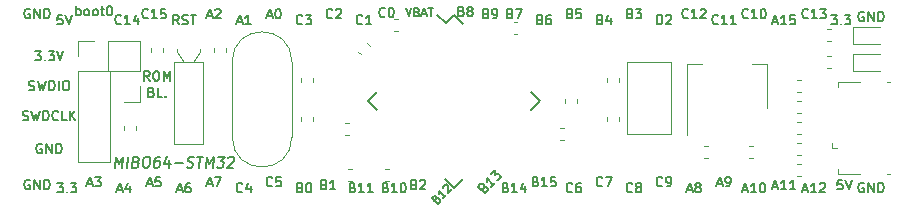
<source format=gto>
G04 #@! TF.GenerationSoftware,KiCad,Pcbnew,(5.0.0)*
G04 #@! TF.CreationDate,2018-10-21T19:13:21+02:00*
G04 #@! TF.ProjectId,mibo64_stm32,6D69626F36345F73746D33322E6B6963,rev?*
G04 #@! TF.SameCoordinates,PX6486dd0PY621abf0*
G04 #@! TF.FileFunction,Legend,Top*
G04 #@! TF.FilePolarity,Positive*
%FSLAX46Y46*%
G04 Gerber Fmt 4.6, Leading zero omitted, Abs format (unit mm)*
G04 Created by KiCad (PCBNEW (5.0.0)) date 10/21/18 19:13:21*
%MOMM*%
%LPD*%
G01*
G04 APERTURE LIST*
%ADD10C,0.200000*%
%ADD11C,0.175000*%
%ADD12C,0.120000*%
%ADD13C,0.150000*%
G04 APERTURE END LIST*
D10*
X8119875Y-15774142D02*
X8232375Y-14874142D01*
X8452017Y-15517000D01*
X8832375Y-14874142D01*
X8719875Y-15774142D01*
X9148446Y-15774142D02*
X9260946Y-14874142D01*
X9935946Y-15302714D02*
X10059160Y-15345571D01*
X10096660Y-15388428D01*
X10128803Y-15474142D01*
X10112732Y-15602714D01*
X10059160Y-15688428D01*
X10010946Y-15731285D01*
X9919875Y-15774142D01*
X9577017Y-15774142D01*
X9689517Y-14874142D01*
X9989517Y-14874142D01*
X10069875Y-14917000D01*
X10107375Y-14959857D01*
X10139517Y-15045571D01*
X10128803Y-15131285D01*
X10075232Y-15217000D01*
X10027017Y-15259857D01*
X9935946Y-15302714D01*
X9635946Y-15302714D01*
X10760946Y-14874142D02*
X10932375Y-14874142D01*
X11012732Y-14917000D01*
X11087732Y-15002714D01*
X11109160Y-15174142D01*
X11071660Y-15474142D01*
X11007375Y-15645571D01*
X10910946Y-15731285D01*
X10819875Y-15774142D01*
X10648446Y-15774142D01*
X10568089Y-15731285D01*
X10493089Y-15645571D01*
X10471660Y-15474142D01*
X10509160Y-15174142D01*
X10573446Y-15002714D01*
X10669875Y-14917000D01*
X10760946Y-14874142D01*
X11918089Y-14874142D02*
X11746660Y-14874142D01*
X11655589Y-14917000D01*
X11607375Y-14959857D01*
X11505589Y-15088428D01*
X11441303Y-15259857D01*
X11398446Y-15602714D01*
X11430589Y-15688428D01*
X11468089Y-15731285D01*
X11548446Y-15774142D01*
X11719875Y-15774142D01*
X11810946Y-15731285D01*
X11859160Y-15688428D01*
X11912732Y-15602714D01*
X11939517Y-15388428D01*
X11907375Y-15302714D01*
X11869875Y-15259857D01*
X11789517Y-15217000D01*
X11618089Y-15217000D01*
X11527017Y-15259857D01*
X11478803Y-15302714D01*
X11425232Y-15388428D01*
X12737732Y-15174142D02*
X12662732Y-15774142D01*
X12566303Y-14831285D02*
X12271660Y-15474142D01*
X12828803Y-15474142D01*
X13177017Y-15431285D02*
X13862732Y-15431285D01*
X14210946Y-15731285D02*
X14334160Y-15774142D01*
X14548446Y-15774142D01*
X14639517Y-15731285D01*
X14687732Y-15688428D01*
X14741303Y-15602714D01*
X14752017Y-15517000D01*
X14719875Y-15431285D01*
X14682375Y-15388428D01*
X14602017Y-15345571D01*
X14435946Y-15302714D01*
X14355589Y-15259857D01*
X14318089Y-15217000D01*
X14285946Y-15131285D01*
X14296660Y-15045571D01*
X14350232Y-14959857D01*
X14398446Y-14917000D01*
X14489517Y-14874142D01*
X14703803Y-14874142D01*
X14827017Y-14917000D01*
X15089517Y-14874142D02*
X15603803Y-14874142D01*
X15234160Y-15774142D02*
X15346660Y-14874142D01*
X15791303Y-15774142D02*
X15903803Y-14874142D01*
X16123446Y-15517000D01*
X16503803Y-14874142D01*
X16391303Y-15774142D01*
X16846660Y-14874142D02*
X17403803Y-14874142D01*
X17060946Y-15217000D01*
X17189517Y-15217000D01*
X17269875Y-15259857D01*
X17307375Y-15302714D01*
X17339517Y-15388428D01*
X17312732Y-15602714D01*
X17259160Y-15688428D01*
X17210946Y-15731285D01*
X17119875Y-15774142D01*
X16862732Y-15774142D01*
X16782375Y-15731285D01*
X16744875Y-15688428D01*
X17735946Y-14959857D02*
X17784160Y-14917000D01*
X17875232Y-14874142D01*
X18089517Y-14874142D01*
X18169875Y-14917000D01*
X18207375Y-14959857D01*
X18239517Y-15045571D01*
X18228803Y-15131285D01*
X18169875Y-15259857D01*
X17591303Y-15774142D01*
X18148446Y-15774142D01*
X11055428Y-8424904D02*
X10788761Y-8043952D01*
X10598285Y-8424904D02*
X10598285Y-7624904D01*
X10903047Y-7624904D01*
X10979238Y-7663000D01*
X11017333Y-7701095D01*
X11055428Y-7777285D01*
X11055428Y-7891571D01*
X11017333Y-7967761D01*
X10979238Y-8005857D01*
X10903047Y-8043952D01*
X10598285Y-8043952D01*
X11550666Y-7624904D02*
X11703047Y-7624904D01*
X11779238Y-7663000D01*
X11855428Y-7739190D01*
X11893523Y-7891571D01*
X11893523Y-8158238D01*
X11855428Y-8310619D01*
X11779238Y-8386809D01*
X11703047Y-8424904D01*
X11550666Y-8424904D01*
X11474476Y-8386809D01*
X11398285Y-8310619D01*
X11360190Y-8158238D01*
X11360190Y-7891571D01*
X11398285Y-7739190D01*
X11474476Y-7663000D01*
X11550666Y-7624904D01*
X12236380Y-8424904D02*
X12236380Y-7624904D01*
X12503047Y-8196333D01*
X12769714Y-7624904D01*
X12769714Y-8424904D01*
X11226857Y-9405857D02*
X11341142Y-9443952D01*
X11379238Y-9482047D01*
X11417333Y-9558238D01*
X11417333Y-9672523D01*
X11379238Y-9748714D01*
X11341142Y-9786809D01*
X11264952Y-9824904D01*
X10960190Y-9824904D01*
X10960190Y-9024904D01*
X11226857Y-9024904D01*
X11303047Y-9063000D01*
X11341142Y-9101095D01*
X11379238Y-9177285D01*
X11379238Y-9253476D01*
X11341142Y-9329666D01*
X11303047Y-9367761D01*
X11226857Y-9405857D01*
X10960190Y-9405857D01*
X12141142Y-9824904D02*
X11760190Y-9824904D01*
X11760190Y-9024904D01*
X12407809Y-9748714D02*
X12445904Y-9786809D01*
X12407809Y-9824904D01*
X12369714Y-9786809D01*
X12407809Y-9748714D01*
X12407809Y-9824904D01*
X1359047Y-5911904D02*
X1854285Y-5911904D01*
X1587619Y-6216666D01*
X1701904Y-6216666D01*
X1778095Y-6254761D01*
X1816190Y-6292857D01*
X1854285Y-6369047D01*
X1854285Y-6559523D01*
X1816190Y-6635714D01*
X1778095Y-6673809D01*
X1701904Y-6711904D01*
X1473333Y-6711904D01*
X1397142Y-6673809D01*
X1359047Y-6635714D01*
X2197142Y-6635714D02*
X2235238Y-6673809D01*
X2197142Y-6711904D01*
X2159047Y-6673809D01*
X2197142Y-6635714D01*
X2197142Y-6711904D01*
X2501904Y-5911904D02*
X2997142Y-5911904D01*
X2730476Y-6216666D01*
X2844761Y-6216666D01*
X2920952Y-6254761D01*
X2959047Y-6292857D01*
X2997142Y-6369047D01*
X2997142Y-6559523D01*
X2959047Y-6635714D01*
X2920952Y-6673809D01*
X2844761Y-6711904D01*
X2616190Y-6711904D01*
X2540000Y-6673809D01*
X2501904Y-6635714D01*
X3225714Y-5911904D02*
X3492380Y-6711904D01*
X3759047Y-5911904D01*
X844761Y-9213809D02*
X959047Y-9251904D01*
X1149523Y-9251904D01*
X1225714Y-9213809D01*
X1263809Y-9175714D01*
X1301904Y-9099523D01*
X1301904Y-9023333D01*
X1263809Y-8947142D01*
X1225714Y-8909047D01*
X1149523Y-8870952D01*
X997142Y-8832857D01*
X920952Y-8794761D01*
X882857Y-8756666D01*
X844761Y-8680476D01*
X844761Y-8604285D01*
X882857Y-8528095D01*
X920952Y-8490000D01*
X997142Y-8451904D01*
X1187619Y-8451904D01*
X1301904Y-8490000D01*
X1568571Y-8451904D02*
X1759047Y-9251904D01*
X1911428Y-8680476D01*
X2063809Y-9251904D01*
X2254285Y-8451904D01*
X2559047Y-9251904D02*
X2559047Y-8451904D01*
X2749523Y-8451904D01*
X2863809Y-8490000D01*
X2940000Y-8566190D01*
X2978095Y-8642380D01*
X3016190Y-8794761D01*
X3016190Y-8909047D01*
X2978095Y-9061428D01*
X2940000Y-9137619D01*
X2863809Y-9213809D01*
X2749523Y-9251904D01*
X2559047Y-9251904D01*
X3359047Y-9251904D02*
X3359047Y-8451904D01*
X3892380Y-8451904D02*
X4044761Y-8451904D01*
X4120952Y-8490000D01*
X4197142Y-8566190D01*
X4235238Y-8718571D01*
X4235238Y-8985238D01*
X4197142Y-9137619D01*
X4120952Y-9213809D01*
X4044761Y-9251904D01*
X3892380Y-9251904D01*
X3816190Y-9213809D01*
X3740000Y-9137619D01*
X3701904Y-8985238D01*
X3701904Y-8718571D01*
X3740000Y-8566190D01*
X3816190Y-8490000D01*
X3892380Y-8451904D01*
X330476Y-11753809D02*
X444761Y-11791904D01*
X635238Y-11791904D01*
X711428Y-11753809D01*
X749523Y-11715714D01*
X787619Y-11639523D01*
X787619Y-11563333D01*
X749523Y-11487142D01*
X711428Y-11449047D01*
X635238Y-11410952D01*
X482857Y-11372857D01*
X406666Y-11334761D01*
X368571Y-11296666D01*
X330476Y-11220476D01*
X330476Y-11144285D01*
X368571Y-11068095D01*
X406666Y-11030000D01*
X482857Y-10991904D01*
X673333Y-10991904D01*
X787619Y-11030000D01*
X1054285Y-10991904D02*
X1244761Y-11791904D01*
X1397142Y-11220476D01*
X1549523Y-11791904D01*
X1740000Y-10991904D01*
X2044761Y-11791904D02*
X2044761Y-10991904D01*
X2235238Y-10991904D01*
X2349523Y-11030000D01*
X2425714Y-11106190D01*
X2463809Y-11182380D01*
X2501904Y-11334761D01*
X2501904Y-11449047D01*
X2463809Y-11601428D01*
X2425714Y-11677619D01*
X2349523Y-11753809D01*
X2235238Y-11791904D01*
X2044761Y-11791904D01*
X3301904Y-11715714D02*
X3263809Y-11753809D01*
X3149523Y-11791904D01*
X3073333Y-11791904D01*
X2959047Y-11753809D01*
X2882857Y-11677619D01*
X2844761Y-11601428D01*
X2806666Y-11449047D01*
X2806666Y-11334761D01*
X2844761Y-11182380D01*
X2882857Y-11106190D01*
X2959047Y-11030000D01*
X3073333Y-10991904D01*
X3149523Y-10991904D01*
X3263809Y-11030000D01*
X3301904Y-11068095D01*
X4025714Y-11791904D02*
X3644761Y-11791904D01*
X3644761Y-10991904D01*
X4292380Y-11791904D02*
X4292380Y-10991904D01*
X4749523Y-11791904D02*
X4406666Y-11334761D01*
X4749523Y-10991904D02*
X4292380Y-11449047D01*
X1930476Y-13824000D02*
X1854285Y-13785904D01*
X1740000Y-13785904D01*
X1625714Y-13824000D01*
X1549523Y-13900190D01*
X1511428Y-13976380D01*
X1473333Y-14128761D01*
X1473333Y-14243047D01*
X1511428Y-14395428D01*
X1549523Y-14471619D01*
X1625714Y-14547809D01*
X1740000Y-14585904D01*
X1816190Y-14585904D01*
X1930476Y-14547809D01*
X1968571Y-14509714D01*
X1968571Y-14243047D01*
X1816190Y-14243047D01*
X2311428Y-14585904D02*
X2311428Y-13785904D01*
X2768571Y-14585904D01*
X2768571Y-13785904D01*
X3149523Y-14585904D02*
X3149523Y-13785904D01*
X3340000Y-13785904D01*
X3454285Y-13824000D01*
X3530476Y-13900190D01*
X3568571Y-13976380D01*
X3606666Y-14128761D01*
X3606666Y-14243047D01*
X3568571Y-14395428D01*
X3530476Y-14471619D01*
X3454285Y-14547809D01*
X3340000Y-14585904D01*
X3149523Y-14585904D01*
X3225904Y-17087904D02*
X3721142Y-17087904D01*
X3454476Y-17392666D01*
X3568761Y-17392666D01*
X3644952Y-17430761D01*
X3683047Y-17468857D01*
X3721142Y-17545047D01*
X3721142Y-17735523D01*
X3683047Y-17811714D01*
X3644952Y-17849809D01*
X3568761Y-17887904D01*
X3340190Y-17887904D01*
X3264000Y-17849809D01*
X3225904Y-17811714D01*
X4064000Y-17811714D02*
X4102095Y-17849809D01*
X4064000Y-17887904D01*
X4025904Y-17849809D01*
X4064000Y-17811714D01*
X4064000Y-17887904D01*
X4368761Y-17087904D02*
X4864000Y-17087904D01*
X4597333Y-17392666D01*
X4711619Y-17392666D01*
X4787809Y-17430761D01*
X4825904Y-17468857D01*
X4864000Y-17545047D01*
X4864000Y-17735523D01*
X4825904Y-17811714D01*
X4787809Y-17849809D01*
X4711619Y-17887904D01*
X4483047Y-17887904D01*
X4406857Y-17849809D01*
X4368761Y-17811714D01*
X5778571Y-17151333D02*
X6159523Y-17151333D01*
X5702380Y-17379904D02*
X5969047Y-16579904D01*
X6235714Y-17379904D01*
X6426190Y-16579904D02*
X6921428Y-16579904D01*
X6654761Y-16884666D01*
X6769047Y-16884666D01*
X6845238Y-16922761D01*
X6883333Y-16960857D01*
X6921428Y-17037047D01*
X6921428Y-17227523D01*
X6883333Y-17303714D01*
X6845238Y-17341809D01*
X6769047Y-17379904D01*
X6540476Y-17379904D01*
X6464285Y-17341809D01*
X6426190Y-17303714D01*
X8318571Y-17659333D02*
X8699523Y-17659333D01*
X8242380Y-17887904D02*
X8509047Y-17087904D01*
X8775714Y-17887904D01*
X9385238Y-17354571D02*
X9385238Y-17887904D01*
X9194761Y-17049809D02*
X9004285Y-17621238D01*
X9499523Y-17621238D01*
X10858571Y-17151333D02*
X11239523Y-17151333D01*
X10782380Y-17379904D02*
X11049047Y-16579904D01*
X11315714Y-17379904D01*
X11963333Y-16579904D02*
X11582380Y-16579904D01*
X11544285Y-16960857D01*
X11582380Y-16922761D01*
X11658571Y-16884666D01*
X11849047Y-16884666D01*
X11925238Y-16922761D01*
X11963333Y-16960857D01*
X12001428Y-17037047D01*
X12001428Y-17227523D01*
X11963333Y-17303714D01*
X11925238Y-17341809D01*
X11849047Y-17379904D01*
X11658571Y-17379904D01*
X11582380Y-17341809D01*
X11544285Y-17303714D01*
X13398571Y-17659333D02*
X13779523Y-17659333D01*
X13322380Y-17887904D02*
X13589047Y-17087904D01*
X13855714Y-17887904D01*
X14465238Y-17087904D02*
X14312857Y-17087904D01*
X14236666Y-17126000D01*
X14198571Y-17164095D01*
X14122380Y-17278380D01*
X14084285Y-17430761D01*
X14084285Y-17735523D01*
X14122380Y-17811714D01*
X14160476Y-17849809D01*
X14236666Y-17887904D01*
X14389047Y-17887904D01*
X14465238Y-17849809D01*
X14503333Y-17811714D01*
X14541428Y-17735523D01*
X14541428Y-17545047D01*
X14503333Y-17468857D01*
X14465238Y-17430761D01*
X14389047Y-17392666D01*
X14236666Y-17392666D01*
X14160476Y-17430761D01*
X14122380Y-17468857D01*
X14084285Y-17545047D01*
X15938571Y-17151333D02*
X16319523Y-17151333D01*
X15862380Y-17379904D02*
X16129047Y-16579904D01*
X16395714Y-17379904D01*
X16586190Y-16579904D02*
X17119523Y-16579904D01*
X16776666Y-17379904D01*
X18916666Y-17811714D02*
X18878571Y-17849809D01*
X18764285Y-17887904D01*
X18688095Y-17887904D01*
X18573809Y-17849809D01*
X18497619Y-17773619D01*
X18459523Y-17697428D01*
X18421428Y-17545047D01*
X18421428Y-17430761D01*
X18459523Y-17278380D01*
X18497619Y-17202190D01*
X18573809Y-17126000D01*
X18688095Y-17087904D01*
X18764285Y-17087904D01*
X18878571Y-17126000D01*
X18916666Y-17164095D01*
X19602380Y-17354571D02*
X19602380Y-17887904D01*
X19411904Y-17049809D02*
X19221428Y-17621238D01*
X19716666Y-17621238D01*
X21456666Y-17303714D02*
X21418571Y-17341809D01*
X21304285Y-17379904D01*
X21228095Y-17379904D01*
X21113809Y-17341809D01*
X21037619Y-17265619D01*
X20999523Y-17189428D01*
X20961428Y-17037047D01*
X20961428Y-16922761D01*
X20999523Y-16770380D01*
X21037619Y-16694190D01*
X21113809Y-16618000D01*
X21228095Y-16579904D01*
X21304285Y-16579904D01*
X21418571Y-16618000D01*
X21456666Y-16656095D01*
X22180476Y-16579904D02*
X21799523Y-16579904D01*
X21761428Y-16960857D01*
X21799523Y-16922761D01*
X21875714Y-16884666D01*
X22066190Y-16884666D01*
X22142380Y-16922761D01*
X22180476Y-16960857D01*
X22218571Y-17037047D01*
X22218571Y-17227523D01*
X22180476Y-17303714D01*
X22142380Y-17341809D01*
X22066190Y-17379904D01*
X21875714Y-17379904D01*
X21799523Y-17341809D01*
X21761428Y-17303714D01*
X23806190Y-17468857D02*
X23920476Y-17506952D01*
X23958571Y-17545047D01*
X23996666Y-17621238D01*
X23996666Y-17735523D01*
X23958571Y-17811714D01*
X23920476Y-17849809D01*
X23844285Y-17887904D01*
X23539523Y-17887904D01*
X23539523Y-17087904D01*
X23806190Y-17087904D01*
X23882380Y-17126000D01*
X23920476Y-17164095D01*
X23958571Y-17240285D01*
X23958571Y-17316476D01*
X23920476Y-17392666D01*
X23882380Y-17430761D01*
X23806190Y-17468857D01*
X23539523Y-17468857D01*
X24491904Y-17087904D02*
X24568095Y-17087904D01*
X24644285Y-17126000D01*
X24682380Y-17164095D01*
X24720476Y-17240285D01*
X24758571Y-17392666D01*
X24758571Y-17583142D01*
X24720476Y-17735523D01*
X24682380Y-17811714D01*
X24644285Y-17849809D01*
X24568095Y-17887904D01*
X24491904Y-17887904D01*
X24415714Y-17849809D01*
X24377619Y-17811714D01*
X24339523Y-17735523D01*
X24301428Y-17583142D01*
X24301428Y-17392666D01*
X24339523Y-17240285D01*
X24377619Y-17164095D01*
X24415714Y-17126000D01*
X24491904Y-17087904D01*
X25838190Y-17214857D02*
X25952476Y-17252952D01*
X25990571Y-17291047D01*
X26028666Y-17367238D01*
X26028666Y-17481523D01*
X25990571Y-17557714D01*
X25952476Y-17595809D01*
X25876285Y-17633904D01*
X25571523Y-17633904D01*
X25571523Y-16833904D01*
X25838190Y-16833904D01*
X25914380Y-16872000D01*
X25952476Y-16910095D01*
X25990571Y-16986285D01*
X25990571Y-17062476D01*
X25952476Y-17138666D01*
X25914380Y-17176761D01*
X25838190Y-17214857D01*
X25571523Y-17214857D01*
X26790571Y-17633904D02*
X26333428Y-17633904D01*
X26562000Y-17633904D02*
X26562000Y-16833904D01*
X26485809Y-16948190D01*
X26409619Y-17024380D01*
X26333428Y-17062476D01*
X28251238Y-17468857D02*
X28365523Y-17506952D01*
X28403619Y-17545047D01*
X28441714Y-17621238D01*
X28441714Y-17735523D01*
X28403619Y-17811714D01*
X28365523Y-17849809D01*
X28289333Y-17887904D01*
X27984571Y-17887904D01*
X27984571Y-17087904D01*
X28251238Y-17087904D01*
X28327428Y-17126000D01*
X28365523Y-17164095D01*
X28403619Y-17240285D01*
X28403619Y-17316476D01*
X28365523Y-17392666D01*
X28327428Y-17430761D01*
X28251238Y-17468857D01*
X27984571Y-17468857D01*
X29203619Y-17887904D02*
X28746476Y-17887904D01*
X28975047Y-17887904D02*
X28975047Y-17087904D01*
X28898857Y-17202190D01*
X28822666Y-17278380D01*
X28746476Y-17316476D01*
X29965523Y-17887904D02*
X29508380Y-17887904D01*
X29736952Y-17887904D02*
X29736952Y-17087904D01*
X29660761Y-17202190D01*
X29584571Y-17278380D01*
X29508380Y-17316476D01*
X31045238Y-17468857D02*
X31159523Y-17506952D01*
X31197619Y-17545047D01*
X31235714Y-17621238D01*
X31235714Y-17735523D01*
X31197619Y-17811714D01*
X31159523Y-17849809D01*
X31083333Y-17887904D01*
X30778571Y-17887904D01*
X30778571Y-17087904D01*
X31045238Y-17087904D01*
X31121428Y-17126000D01*
X31159523Y-17164095D01*
X31197619Y-17240285D01*
X31197619Y-17316476D01*
X31159523Y-17392666D01*
X31121428Y-17430761D01*
X31045238Y-17468857D01*
X30778571Y-17468857D01*
X31997619Y-17887904D02*
X31540476Y-17887904D01*
X31769047Y-17887904D02*
X31769047Y-17087904D01*
X31692857Y-17202190D01*
X31616666Y-17278380D01*
X31540476Y-17316476D01*
X32492857Y-17087904D02*
X32569047Y-17087904D01*
X32645238Y-17126000D01*
X32683333Y-17164095D01*
X32721428Y-17240285D01*
X32759523Y-17392666D01*
X32759523Y-17583142D01*
X32721428Y-17735523D01*
X32683333Y-17811714D01*
X32645238Y-17849809D01*
X32569047Y-17887904D01*
X32492857Y-17887904D01*
X32416666Y-17849809D01*
X32378571Y-17811714D01*
X32340476Y-17735523D01*
X32302380Y-17583142D01*
X32302380Y-17392666D01*
X32340476Y-17240285D01*
X32378571Y-17164095D01*
X32416666Y-17126000D01*
X32492857Y-17087904D01*
X33458190Y-17214857D02*
X33572476Y-17252952D01*
X33610571Y-17291047D01*
X33648666Y-17367238D01*
X33648666Y-17481523D01*
X33610571Y-17557714D01*
X33572476Y-17595809D01*
X33496285Y-17633904D01*
X33191523Y-17633904D01*
X33191523Y-16833904D01*
X33458190Y-16833904D01*
X33534380Y-16872000D01*
X33572476Y-16910095D01*
X33610571Y-16986285D01*
X33610571Y-17062476D01*
X33572476Y-17138666D01*
X33534380Y-17176761D01*
X33458190Y-17214857D01*
X33191523Y-17214857D01*
X33953428Y-16910095D02*
X33991523Y-16872000D01*
X34067714Y-16833904D01*
X34258190Y-16833904D01*
X34334380Y-16872000D01*
X34372476Y-16910095D01*
X34410571Y-16986285D01*
X34410571Y-17062476D01*
X34372476Y-17176761D01*
X33915333Y-17633904D01*
X34410571Y-17633904D01*
D11*
X35342595Y-18434693D02*
X35436876Y-18387553D01*
X35484016Y-18387553D01*
X35554727Y-18411123D01*
X35625438Y-18481834D01*
X35649008Y-18552544D01*
X35649008Y-18599685D01*
X35625438Y-18670396D01*
X35436876Y-18858957D01*
X34941901Y-18363983D01*
X35106893Y-18198991D01*
X35177603Y-18175421D01*
X35224744Y-18175421D01*
X35295455Y-18198991D01*
X35342595Y-18246132D01*
X35366165Y-18316842D01*
X35366165Y-18363983D01*
X35342595Y-18434693D01*
X35177603Y-18599685D01*
X36191123Y-18104710D02*
X35908280Y-18387553D01*
X36049702Y-18246132D02*
X35554727Y-17751157D01*
X35578297Y-17869008D01*
X35578297Y-17963289D01*
X35554727Y-18033999D01*
X35931851Y-17468314D02*
X35931851Y-17421174D01*
X35955421Y-17350463D01*
X36073272Y-17232612D01*
X36143983Y-17209042D01*
X36191123Y-17209042D01*
X36261834Y-17232612D01*
X36308974Y-17279752D01*
X36356115Y-17374033D01*
X36356115Y-17939719D01*
X36662528Y-17633306D01*
D10*
X39339251Y-17475935D02*
X39447001Y-17422061D01*
X39500876Y-17422061D01*
X39581688Y-17448998D01*
X39662500Y-17529810D01*
X39689438Y-17610622D01*
X39689438Y-17664497D01*
X39662500Y-17745309D01*
X39447001Y-17960809D01*
X38881316Y-17395123D01*
X39069877Y-17206561D01*
X39150690Y-17179624D01*
X39204564Y-17179624D01*
X39285377Y-17206561D01*
X39339251Y-17260436D01*
X39366189Y-17341248D01*
X39366189Y-17395123D01*
X39339251Y-17475935D01*
X39150690Y-17664497D01*
X40308998Y-17098812D02*
X39985749Y-17422061D01*
X40147374Y-17260436D02*
X39581688Y-16694751D01*
X39608625Y-16829438D01*
X39608625Y-16937187D01*
X39581688Y-17018000D01*
X39931874Y-16344564D02*
X40282061Y-15994378D01*
X40308998Y-16398439D01*
X40389810Y-16317627D01*
X40470622Y-16290690D01*
X40524497Y-16290690D01*
X40605309Y-16317627D01*
X40739996Y-16452314D01*
X40766934Y-16533126D01*
X40766934Y-16587001D01*
X40739996Y-16667813D01*
X40578372Y-16829438D01*
X40497560Y-16856375D01*
X40443685Y-16856375D01*
X41205238Y-17468857D02*
X41319523Y-17506952D01*
X41357619Y-17545047D01*
X41395714Y-17621238D01*
X41395714Y-17735523D01*
X41357619Y-17811714D01*
X41319523Y-17849809D01*
X41243333Y-17887904D01*
X40938571Y-17887904D01*
X40938571Y-17087904D01*
X41205238Y-17087904D01*
X41281428Y-17126000D01*
X41319523Y-17164095D01*
X41357619Y-17240285D01*
X41357619Y-17316476D01*
X41319523Y-17392666D01*
X41281428Y-17430761D01*
X41205238Y-17468857D01*
X40938571Y-17468857D01*
X42157619Y-17887904D02*
X41700476Y-17887904D01*
X41929047Y-17887904D02*
X41929047Y-17087904D01*
X41852857Y-17202190D01*
X41776666Y-17278380D01*
X41700476Y-17316476D01*
X42843333Y-17354571D02*
X42843333Y-17887904D01*
X42652857Y-17049809D02*
X42462380Y-17621238D01*
X42957619Y-17621238D01*
X43745238Y-16960857D02*
X43859523Y-16998952D01*
X43897619Y-17037047D01*
X43935714Y-17113238D01*
X43935714Y-17227523D01*
X43897619Y-17303714D01*
X43859523Y-17341809D01*
X43783333Y-17379904D01*
X43478571Y-17379904D01*
X43478571Y-16579904D01*
X43745238Y-16579904D01*
X43821428Y-16618000D01*
X43859523Y-16656095D01*
X43897619Y-16732285D01*
X43897619Y-16808476D01*
X43859523Y-16884666D01*
X43821428Y-16922761D01*
X43745238Y-16960857D01*
X43478571Y-16960857D01*
X44697619Y-17379904D02*
X44240476Y-17379904D01*
X44469047Y-17379904D02*
X44469047Y-16579904D01*
X44392857Y-16694190D01*
X44316666Y-16770380D01*
X44240476Y-16808476D01*
X45421428Y-16579904D02*
X45040476Y-16579904D01*
X45002380Y-16960857D01*
X45040476Y-16922761D01*
X45116666Y-16884666D01*
X45307142Y-16884666D01*
X45383333Y-16922761D01*
X45421428Y-16960857D01*
X45459523Y-17037047D01*
X45459523Y-17227523D01*
X45421428Y-17303714D01*
X45383333Y-17341809D01*
X45307142Y-17379904D01*
X45116666Y-17379904D01*
X45040476Y-17341809D01*
X45002380Y-17303714D01*
X46856666Y-17811714D02*
X46818571Y-17849809D01*
X46704285Y-17887904D01*
X46628095Y-17887904D01*
X46513809Y-17849809D01*
X46437619Y-17773619D01*
X46399523Y-17697428D01*
X46361428Y-17545047D01*
X46361428Y-17430761D01*
X46399523Y-17278380D01*
X46437619Y-17202190D01*
X46513809Y-17126000D01*
X46628095Y-17087904D01*
X46704285Y-17087904D01*
X46818571Y-17126000D01*
X46856666Y-17164095D01*
X47542380Y-17087904D02*
X47390000Y-17087904D01*
X47313809Y-17126000D01*
X47275714Y-17164095D01*
X47199523Y-17278380D01*
X47161428Y-17430761D01*
X47161428Y-17735523D01*
X47199523Y-17811714D01*
X47237619Y-17849809D01*
X47313809Y-17887904D01*
X47466190Y-17887904D01*
X47542380Y-17849809D01*
X47580476Y-17811714D01*
X47618571Y-17735523D01*
X47618571Y-17545047D01*
X47580476Y-17468857D01*
X47542380Y-17430761D01*
X47466190Y-17392666D01*
X47313809Y-17392666D01*
X47237619Y-17430761D01*
X47199523Y-17468857D01*
X47161428Y-17545047D01*
X49396666Y-17303714D02*
X49358571Y-17341809D01*
X49244285Y-17379904D01*
X49168095Y-17379904D01*
X49053809Y-17341809D01*
X48977619Y-17265619D01*
X48939523Y-17189428D01*
X48901428Y-17037047D01*
X48901428Y-16922761D01*
X48939523Y-16770380D01*
X48977619Y-16694190D01*
X49053809Y-16618000D01*
X49168095Y-16579904D01*
X49244285Y-16579904D01*
X49358571Y-16618000D01*
X49396666Y-16656095D01*
X49663333Y-16579904D02*
X50196666Y-16579904D01*
X49853809Y-17379904D01*
X51936666Y-17811714D02*
X51898571Y-17849809D01*
X51784285Y-17887904D01*
X51708095Y-17887904D01*
X51593809Y-17849809D01*
X51517619Y-17773619D01*
X51479523Y-17697428D01*
X51441428Y-17545047D01*
X51441428Y-17430761D01*
X51479523Y-17278380D01*
X51517619Y-17202190D01*
X51593809Y-17126000D01*
X51708095Y-17087904D01*
X51784285Y-17087904D01*
X51898571Y-17126000D01*
X51936666Y-17164095D01*
X52393809Y-17430761D02*
X52317619Y-17392666D01*
X52279523Y-17354571D01*
X52241428Y-17278380D01*
X52241428Y-17240285D01*
X52279523Y-17164095D01*
X52317619Y-17126000D01*
X52393809Y-17087904D01*
X52546190Y-17087904D01*
X52622380Y-17126000D01*
X52660476Y-17164095D01*
X52698571Y-17240285D01*
X52698571Y-17278380D01*
X52660476Y-17354571D01*
X52622380Y-17392666D01*
X52546190Y-17430761D01*
X52393809Y-17430761D01*
X52317619Y-17468857D01*
X52279523Y-17506952D01*
X52241428Y-17583142D01*
X52241428Y-17735523D01*
X52279523Y-17811714D01*
X52317619Y-17849809D01*
X52393809Y-17887904D01*
X52546190Y-17887904D01*
X52622380Y-17849809D01*
X52660476Y-17811714D01*
X52698571Y-17735523D01*
X52698571Y-17583142D01*
X52660476Y-17506952D01*
X52622380Y-17468857D01*
X52546190Y-17430761D01*
X54476666Y-17303714D02*
X54438571Y-17341809D01*
X54324285Y-17379904D01*
X54248095Y-17379904D01*
X54133809Y-17341809D01*
X54057619Y-17265619D01*
X54019523Y-17189428D01*
X53981428Y-17037047D01*
X53981428Y-16922761D01*
X54019523Y-16770380D01*
X54057619Y-16694190D01*
X54133809Y-16618000D01*
X54248095Y-16579904D01*
X54324285Y-16579904D01*
X54438571Y-16618000D01*
X54476666Y-16656095D01*
X54857619Y-17379904D02*
X55010000Y-17379904D01*
X55086190Y-17341809D01*
X55124285Y-17303714D01*
X55200476Y-17189428D01*
X55238571Y-17037047D01*
X55238571Y-16732285D01*
X55200476Y-16656095D01*
X55162380Y-16618000D01*
X55086190Y-16579904D01*
X54933809Y-16579904D01*
X54857619Y-16618000D01*
X54819523Y-16656095D01*
X54781428Y-16732285D01*
X54781428Y-16922761D01*
X54819523Y-16998952D01*
X54857619Y-17037047D01*
X54933809Y-17075142D01*
X55086190Y-17075142D01*
X55162380Y-17037047D01*
X55200476Y-16998952D01*
X55238571Y-16922761D01*
X56578571Y-17659333D02*
X56959523Y-17659333D01*
X56502380Y-17887904D02*
X56769047Y-17087904D01*
X57035714Y-17887904D01*
X57416666Y-17430761D02*
X57340476Y-17392666D01*
X57302380Y-17354571D01*
X57264285Y-17278380D01*
X57264285Y-17240285D01*
X57302380Y-17164095D01*
X57340476Y-17126000D01*
X57416666Y-17087904D01*
X57569047Y-17087904D01*
X57645238Y-17126000D01*
X57683333Y-17164095D01*
X57721428Y-17240285D01*
X57721428Y-17278380D01*
X57683333Y-17354571D01*
X57645238Y-17392666D01*
X57569047Y-17430761D01*
X57416666Y-17430761D01*
X57340476Y-17468857D01*
X57302380Y-17506952D01*
X57264285Y-17583142D01*
X57264285Y-17735523D01*
X57302380Y-17811714D01*
X57340476Y-17849809D01*
X57416666Y-17887904D01*
X57569047Y-17887904D01*
X57645238Y-17849809D01*
X57683333Y-17811714D01*
X57721428Y-17735523D01*
X57721428Y-17583142D01*
X57683333Y-17506952D01*
X57645238Y-17468857D01*
X57569047Y-17430761D01*
X59118571Y-17151333D02*
X59499523Y-17151333D01*
X59042380Y-17379904D02*
X59309047Y-16579904D01*
X59575714Y-17379904D01*
X59880476Y-17379904D02*
X60032857Y-17379904D01*
X60109047Y-17341809D01*
X60147142Y-17303714D01*
X60223333Y-17189428D01*
X60261428Y-17037047D01*
X60261428Y-16732285D01*
X60223333Y-16656095D01*
X60185238Y-16618000D01*
X60109047Y-16579904D01*
X59956666Y-16579904D01*
X59880476Y-16618000D01*
X59842380Y-16656095D01*
X59804285Y-16732285D01*
X59804285Y-16922761D01*
X59842380Y-16998952D01*
X59880476Y-17037047D01*
X59956666Y-17075142D01*
X60109047Y-17075142D01*
X60185238Y-17037047D01*
X60223333Y-16998952D01*
X60261428Y-16922761D01*
X61277619Y-17659333D02*
X61658571Y-17659333D01*
X61201428Y-17887904D02*
X61468095Y-17087904D01*
X61734761Y-17887904D01*
X62420476Y-17887904D02*
X61963333Y-17887904D01*
X62191904Y-17887904D02*
X62191904Y-17087904D01*
X62115714Y-17202190D01*
X62039523Y-17278380D01*
X61963333Y-17316476D01*
X62915714Y-17087904D02*
X62991904Y-17087904D01*
X63068095Y-17126000D01*
X63106190Y-17164095D01*
X63144285Y-17240285D01*
X63182380Y-17392666D01*
X63182380Y-17583142D01*
X63144285Y-17735523D01*
X63106190Y-17811714D01*
X63068095Y-17849809D01*
X62991904Y-17887904D01*
X62915714Y-17887904D01*
X62839523Y-17849809D01*
X62801428Y-17811714D01*
X62763333Y-17735523D01*
X62725238Y-17583142D01*
X62725238Y-17392666D01*
X62763333Y-17240285D01*
X62801428Y-17164095D01*
X62839523Y-17126000D01*
X62915714Y-17087904D01*
X63817619Y-17405333D02*
X64198571Y-17405333D01*
X63741428Y-17633904D02*
X64008095Y-16833904D01*
X64274761Y-17633904D01*
X64960476Y-17633904D02*
X64503333Y-17633904D01*
X64731904Y-17633904D02*
X64731904Y-16833904D01*
X64655714Y-16948190D01*
X64579523Y-17024380D01*
X64503333Y-17062476D01*
X65722380Y-17633904D02*
X65265238Y-17633904D01*
X65493809Y-17633904D02*
X65493809Y-16833904D01*
X65417619Y-16948190D01*
X65341428Y-17024380D01*
X65265238Y-17062476D01*
X66357619Y-17659333D02*
X66738571Y-17659333D01*
X66281428Y-17887904D02*
X66548095Y-17087904D01*
X66814761Y-17887904D01*
X67500476Y-17887904D02*
X67043333Y-17887904D01*
X67271904Y-17887904D02*
X67271904Y-17087904D01*
X67195714Y-17202190D01*
X67119523Y-17278380D01*
X67043333Y-17316476D01*
X67805238Y-17164095D02*
X67843333Y-17126000D01*
X67919523Y-17087904D01*
X68110000Y-17087904D01*
X68186190Y-17126000D01*
X68224285Y-17164095D01*
X68262380Y-17240285D01*
X68262380Y-17316476D01*
X68224285Y-17430761D01*
X67767142Y-17887904D01*
X68262380Y-17887904D01*
X69697619Y-16833904D02*
X69316666Y-16833904D01*
X69278571Y-17214857D01*
X69316666Y-17176761D01*
X69392857Y-17138666D01*
X69583333Y-17138666D01*
X69659523Y-17176761D01*
X69697619Y-17214857D01*
X69735714Y-17291047D01*
X69735714Y-17481523D01*
X69697619Y-17557714D01*
X69659523Y-17595809D01*
X69583333Y-17633904D01*
X69392857Y-17633904D01*
X69316666Y-17595809D01*
X69278571Y-17557714D01*
X69964285Y-16833904D02*
X70230952Y-17633904D01*
X70497619Y-16833904D01*
X68757904Y-2863904D02*
X69253142Y-2863904D01*
X68986476Y-3168666D01*
X69100761Y-3168666D01*
X69176952Y-3206761D01*
X69215047Y-3244857D01*
X69253142Y-3321047D01*
X69253142Y-3511523D01*
X69215047Y-3587714D01*
X69176952Y-3625809D01*
X69100761Y-3663904D01*
X68872190Y-3663904D01*
X68796000Y-3625809D01*
X68757904Y-3587714D01*
X69596000Y-3587714D02*
X69634095Y-3625809D01*
X69596000Y-3663904D01*
X69557904Y-3625809D01*
X69596000Y-3587714D01*
X69596000Y-3663904D01*
X69900761Y-2863904D02*
X70396000Y-2863904D01*
X70129333Y-3168666D01*
X70243619Y-3168666D01*
X70319809Y-3206761D01*
X70357904Y-3244857D01*
X70396000Y-3321047D01*
X70396000Y-3511523D01*
X70357904Y-3587714D01*
X70319809Y-3625809D01*
X70243619Y-3663904D01*
X70015047Y-3663904D01*
X69938857Y-3625809D01*
X69900761Y-3587714D01*
X66795714Y-3079714D02*
X66757619Y-3117809D01*
X66643333Y-3155904D01*
X66567142Y-3155904D01*
X66452857Y-3117809D01*
X66376666Y-3041619D01*
X66338571Y-2965428D01*
X66300476Y-2813047D01*
X66300476Y-2698761D01*
X66338571Y-2546380D01*
X66376666Y-2470190D01*
X66452857Y-2394000D01*
X66567142Y-2355904D01*
X66643333Y-2355904D01*
X66757619Y-2394000D01*
X66795714Y-2432095D01*
X67557619Y-3155904D02*
X67100476Y-3155904D01*
X67329047Y-3155904D02*
X67329047Y-2355904D01*
X67252857Y-2470190D01*
X67176666Y-2546380D01*
X67100476Y-2584476D01*
X67824285Y-2355904D02*
X68319523Y-2355904D01*
X68052857Y-2660666D01*
X68167142Y-2660666D01*
X68243333Y-2698761D01*
X68281428Y-2736857D01*
X68319523Y-2813047D01*
X68319523Y-3003523D01*
X68281428Y-3079714D01*
X68243333Y-3117809D01*
X68167142Y-3155904D01*
X67938571Y-3155904D01*
X67862380Y-3117809D01*
X67824285Y-3079714D01*
X63817619Y-3435333D02*
X64198571Y-3435333D01*
X63741428Y-3663904D02*
X64008095Y-2863904D01*
X64274761Y-3663904D01*
X64960476Y-3663904D02*
X64503333Y-3663904D01*
X64731904Y-3663904D02*
X64731904Y-2863904D01*
X64655714Y-2978190D01*
X64579523Y-3054380D01*
X64503333Y-3092476D01*
X65684285Y-2863904D02*
X65303333Y-2863904D01*
X65265238Y-3244857D01*
X65303333Y-3206761D01*
X65379523Y-3168666D01*
X65570000Y-3168666D01*
X65646190Y-3206761D01*
X65684285Y-3244857D01*
X65722380Y-3321047D01*
X65722380Y-3511523D01*
X65684285Y-3587714D01*
X65646190Y-3625809D01*
X65570000Y-3663904D01*
X65379523Y-3663904D01*
X65303333Y-3625809D01*
X65265238Y-3587714D01*
X61715714Y-3079714D02*
X61677619Y-3117809D01*
X61563333Y-3155904D01*
X61487142Y-3155904D01*
X61372857Y-3117809D01*
X61296666Y-3041619D01*
X61258571Y-2965428D01*
X61220476Y-2813047D01*
X61220476Y-2698761D01*
X61258571Y-2546380D01*
X61296666Y-2470190D01*
X61372857Y-2394000D01*
X61487142Y-2355904D01*
X61563333Y-2355904D01*
X61677619Y-2394000D01*
X61715714Y-2432095D01*
X62477619Y-3155904D02*
X62020476Y-3155904D01*
X62249047Y-3155904D02*
X62249047Y-2355904D01*
X62172857Y-2470190D01*
X62096666Y-2546380D01*
X62020476Y-2584476D01*
X62972857Y-2355904D02*
X63049047Y-2355904D01*
X63125238Y-2394000D01*
X63163333Y-2432095D01*
X63201428Y-2508285D01*
X63239523Y-2660666D01*
X63239523Y-2851142D01*
X63201428Y-3003523D01*
X63163333Y-3079714D01*
X63125238Y-3117809D01*
X63049047Y-3155904D01*
X62972857Y-3155904D01*
X62896666Y-3117809D01*
X62858571Y-3079714D01*
X62820476Y-3003523D01*
X62782380Y-2851142D01*
X62782380Y-2660666D01*
X62820476Y-2508285D01*
X62858571Y-2432095D01*
X62896666Y-2394000D01*
X62972857Y-2355904D01*
X59175714Y-3587714D02*
X59137619Y-3625809D01*
X59023333Y-3663904D01*
X58947142Y-3663904D01*
X58832857Y-3625809D01*
X58756666Y-3549619D01*
X58718571Y-3473428D01*
X58680476Y-3321047D01*
X58680476Y-3206761D01*
X58718571Y-3054380D01*
X58756666Y-2978190D01*
X58832857Y-2902000D01*
X58947142Y-2863904D01*
X59023333Y-2863904D01*
X59137619Y-2902000D01*
X59175714Y-2940095D01*
X59937619Y-3663904D02*
X59480476Y-3663904D01*
X59709047Y-3663904D02*
X59709047Y-2863904D01*
X59632857Y-2978190D01*
X59556666Y-3054380D01*
X59480476Y-3092476D01*
X60699523Y-3663904D02*
X60242380Y-3663904D01*
X60470952Y-3663904D02*
X60470952Y-2863904D01*
X60394761Y-2978190D01*
X60318571Y-3054380D01*
X60242380Y-3092476D01*
X56635714Y-3079714D02*
X56597619Y-3117809D01*
X56483333Y-3155904D01*
X56407142Y-3155904D01*
X56292857Y-3117809D01*
X56216666Y-3041619D01*
X56178571Y-2965428D01*
X56140476Y-2813047D01*
X56140476Y-2698761D01*
X56178571Y-2546380D01*
X56216666Y-2470190D01*
X56292857Y-2394000D01*
X56407142Y-2355904D01*
X56483333Y-2355904D01*
X56597619Y-2394000D01*
X56635714Y-2432095D01*
X57397619Y-3155904D02*
X56940476Y-3155904D01*
X57169047Y-3155904D02*
X57169047Y-2355904D01*
X57092857Y-2470190D01*
X57016666Y-2546380D01*
X56940476Y-2584476D01*
X57702380Y-2432095D02*
X57740476Y-2394000D01*
X57816666Y-2355904D01*
X58007142Y-2355904D01*
X58083333Y-2394000D01*
X58121428Y-2432095D01*
X58159523Y-2508285D01*
X58159523Y-2584476D01*
X58121428Y-2698761D01*
X57664285Y-3155904D01*
X58159523Y-3155904D01*
X54019523Y-3663904D02*
X54019523Y-2863904D01*
X54210000Y-2863904D01*
X54324285Y-2902000D01*
X54400476Y-2978190D01*
X54438571Y-3054380D01*
X54476666Y-3206761D01*
X54476666Y-3321047D01*
X54438571Y-3473428D01*
X54400476Y-3549619D01*
X54324285Y-3625809D01*
X54210000Y-3663904D01*
X54019523Y-3663904D01*
X54781428Y-2940095D02*
X54819523Y-2902000D01*
X54895714Y-2863904D01*
X55086190Y-2863904D01*
X55162380Y-2902000D01*
X55200476Y-2940095D01*
X55238571Y-3016285D01*
X55238571Y-3092476D01*
X55200476Y-3206761D01*
X54743333Y-3663904D01*
X55238571Y-3663904D01*
X51746190Y-2736857D02*
X51860476Y-2774952D01*
X51898571Y-2813047D01*
X51936666Y-2889238D01*
X51936666Y-3003523D01*
X51898571Y-3079714D01*
X51860476Y-3117809D01*
X51784285Y-3155904D01*
X51479523Y-3155904D01*
X51479523Y-2355904D01*
X51746190Y-2355904D01*
X51822380Y-2394000D01*
X51860476Y-2432095D01*
X51898571Y-2508285D01*
X51898571Y-2584476D01*
X51860476Y-2660666D01*
X51822380Y-2698761D01*
X51746190Y-2736857D01*
X51479523Y-2736857D01*
X52203333Y-2355904D02*
X52698571Y-2355904D01*
X52431904Y-2660666D01*
X52546190Y-2660666D01*
X52622380Y-2698761D01*
X52660476Y-2736857D01*
X52698571Y-2813047D01*
X52698571Y-3003523D01*
X52660476Y-3079714D01*
X52622380Y-3117809D01*
X52546190Y-3155904D01*
X52317619Y-3155904D01*
X52241428Y-3117809D01*
X52203333Y-3079714D01*
X49206190Y-3244857D02*
X49320476Y-3282952D01*
X49358571Y-3321047D01*
X49396666Y-3397238D01*
X49396666Y-3511523D01*
X49358571Y-3587714D01*
X49320476Y-3625809D01*
X49244285Y-3663904D01*
X48939523Y-3663904D01*
X48939523Y-2863904D01*
X49206190Y-2863904D01*
X49282380Y-2902000D01*
X49320476Y-2940095D01*
X49358571Y-3016285D01*
X49358571Y-3092476D01*
X49320476Y-3168666D01*
X49282380Y-3206761D01*
X49206190Y-3244857D01*
X48939523Y-3244857D01*
X50082380Y-3130571D02*
X50082380Y-3663904D01*
X49891904Y-2825809D02*
X49701428Y-3397238D01*
X50196666Y-3397238D01*
X46666190Y-2736857D02*
X46780476Y-2774952D01*
X46818571Y-2813047D01*
X46856666Y-2889238D01*
X46856666Y-3003523D01*
X46818571Y-3079714D01*
X46780476Y-3117809D01*
X46704285Y-3155904D01*
X46399523Y-3155904D01*
X46399523Y-2355904D01*
X46666190Y-2355904D01*
X46742380Y-2394000D01*
X46780476Y-2432095D01*
X46818571Y-2508285D01*
X46818571Y-2584476D01*
X46780476Y-2660666D01*
X46742380Y-2698761D01*
X46666190Y-2736857D01*
X46399523Y-2736857D01*
X47580476Y-2355904D02*
X47199523Y-2355904D01*
X47161428Y-2736857D01*
X47199523Y-2698761D01*
X47275714Y-2660666D01*
X47466190Y-2660666D01*
X47542380Y-2698761D01*
X47580476Y-2736857D01*
X47618571Y-2813047D01*
X47618571Y-3003523D01*
X47580476Y-3079714D01*
X47542380Y-3117809D01*
X47466190Y-3155904D01*
X47275714Y-3155904D01*
X47199523Y-3117809D01*
X47161428Y-3079714D01*
X44126190Y-3244857D02*
X44240476Y-3282952D01*
X44278571Y-3321047D01*
X44316666Y-3397238D01*
X44316666Y-3511523D01*
X44278571Y-3587714D01*
X44240476Y-3625809D01*
X44164285Y-3663904D01*
X43859523Y-3663904D01*
X43859523Y-2863904D01*
X44126190Y-2863904D01*
X44202380Y-2902000D01*
X44240476Y-2940095D01*
X44278571Y-3016285D01*
X44278571Y-3092476D01*
X44240476Y-3168666D01*
X44202380Y-3206761D01*
X44126190Y-3244857D01*
X43859523Y-3244857D01*
X45002380Y-2863904D02*
X44850000Y-2863904D01*
X44773809Y-2902000D01*
X44735714Y-2940095D01*
X44659523Y-3054380D01*
X44621428Y-3206761D01*
X44621428Y-3511523D01*
X44659523Y-3587714D01*
X44697619Y-3625809D01*
X44773809Y-3663904D01*
X44926190Y-3663904D01*
X45002380Y-3625809D01*
X45040476Y-3587714D01*
X45078571Y-3511523D01*
X45078571Y-3321047D01*
X45040476Y-3244857D01*
X45002380Y-3206761D01*
X44926190Y-3168666D01*
X44773809Y-3168666D01*
X44697619Y-3206761D01*
X44659523Y-3244857D01*
X44621428Y-3321047D01*
X41586190Y-2736857D02*
X41700476Y-2774952D01*
X41738571Y-2813047D01*
X41776666Y-2889238D01*
X41776666Y-3003523D01*
X41738571Y-3079714D01*
X41700476Y-3117809D01*
X41624285Y-3155904D01*
X41319523Y-3155904D01*
X41319523Y-2355904D01*
X41586190Y-2355904D01*
X41662380Y-2394000D01*
X41700476Y-2432095D01*
X41738571Y-2508285D01*
X41738571Y-2584476D01*
X41700476Y-2660666D01*
X41662380Y-2698761D01*
X41586190Y-2736857D01*
X41319523Y-2736857D01*
X42043333Y-2355904D02*
X42576666Y-2355904D01*
X42233809Y-3155904D01*
X39554190Y-2736857D02*
X39668476Y-2774952D01*
X39706571Y-2813047D01*
X39744666Y-2889238D01*
X39744666Y-3003523D01*
X39706571Y-3079714D01*
X39668476Y-3117809D01*
X39592285Y-3155904D01*
X39287523Y-3155904D01*
X39287523Y-2355904D01*
X39554190Y-2355904D01*
X39630380Y-2394000D01*
X39668476Y-2432095D01*
X39706571Y-2508285D01*
X39706571Y-2584476D01*
X39668476Y-2660666D01*
X39630380Y-2698761D01*
X39554190Y-2736857D01*
X39287523Y-2736857D01*
X40125619Y-3155904D02*
X40278000Y-3155904D01*
X40354190Y-3117809D01*
X40392285Y-3079714D01*
X40468476Y-2965428D01*
X40506571Y-2813047D01*
X40506571Y-2508285D01*
X40468476Y-2432095D01*
X40430380Y-2394000D01*
X40354190Y-2355904D01*
X40201809Y-2355904D01*
X40125619Y-2394000D01*
X40087523Y-2432095D01*
X40049428Y-2508285D01*
X40049428Y-2698761D01*
X40087523Y-2774952D01*
X40125619Y-2813047D01*
X40201809Y-2851142D01*
X40354190Y-2851142D01*
X40430380Y-2813047D01*
X40468476Y-2774952D01*
X40506571Y-2698761D01*
X37458690Y-2546357D02*
X37572976Y-2584452D01*
X37611071Y-2622547D01*
X37649166Y-2698738D01*
X37649166Y-2813023D01*
X37611071Y-2889214D01*
X37572976Y-2927309D01*
X37496785Y-2965404D01*
X37192023Y-2965404D01*
X37192023Y-2165404D01*
X37458690Y-2165404D01*
X37534880Y-2203500D01*
X37572976Y-2241595D01*
X37611071Y-2317785D01*
X37611071Y-2393976D01*
X37572976Y-2470166D01*
X37534880Y-2508261D01*
X37458690Y-2546357D01*
X37192023Y-2546357D01*
X38106309Y-2508261D02*
X38030119Y-2470166D01*
X37992023Y-2432071D01*
X37953928Y-2355880D01*
X37953928Y-2317785D01*
X37992023Y-2241595D01*
X38030119Y-2203500D01*
X38106309Y-2165404D01*
X38258690Y-2165404D01*
X38334880Y-2203500D01*
X38372976Y-2241595D01*
X38411071Y-2317785D01*
X38411071Y-2355880D01*
X38372976Y-2432071D01*
X38334880Y-2470166D01*
X38258690Y-2508261D01*
X38106309Y-2508261D01*
X38030119Y-2546357D01*
X37992023Y-2584452D01*
X37953928Y-2660642D01*
X37953928Y-2813023D01*
X37992023Y-2889214D01*
X38030119Y-2927309D01*
X38106309Y-2965404D01*
X38258690Y-2965404D01*
X38334880Y-2927309D01*
X38372976Y-2889214D01*
X38411071Y-2813023D01*
X38411071Y-2660642D01*
X38372976Y-2584452D01*
X38334880Y-2546357D01*
X38258690Y-2508261D01*
D11*
X32759000Y-2283666D02*
X32992333Y-2983666D01*
X33225666Y-2283666D01*
X33692333Y-2617000D02*
X33792333Y-2650333D01*
X33825666Y-2683666D01*
X33859000Y-2750333D01*
X33859000Y-2850333D01*
X33825666Y-2917000D01*
X33792333Y-2950333D01*
X33725666Y-2983666D01*
X33459000Y-2983666D01*
X33459000Y-2283666D01*
X33692333Y-2283666D01*
X33759000Y-2317000D01*
X33792333Y-2350333D01*
X33825666Y-2417000D01*
X33825666Y-2483666D01*
X33792333Y-2550333D01*
X33759000Y-2583666D01*
X33692333Y-2617000D01*
X33459000Y-2617000D01*
X34125666Y-2783666D02*
X34459000Y-2783666D01*
X34059000Y-2983666D02*
X34292333Y-2283666D01*
X34525666Y-2983666D01*
X34659000Y-2283666D02*
X35059000Y-2283666D01*
X34859000Y-2983666D02*
X34859000Y-2283666D01*
D10*
X30981666Y-2952714D02*
X30943571Y-2990809D01*
X30829285Y-3028904D01*
X30753095Y-3028904D01*
X30638809Y-2990809D01*
X30562619Y-2914619D01*
X30524523Y-2838428D01*
X30486428Y-2686047D01*
X30486428Y-2571761D01*
X30524523Y-2419380D01*
X30562619Y-2343190D01*
X30638809Y-2267000D01*
X30753095Y-2228904D01*
X30829285Y-2228904D01*
X30943571Y-2267000D01*
X30981666Y-2305095D01*
X31476904Y-2228904D02*
X31553095Y-2228904D01*
X31629285Y-2267000D01*
X31667380Y-2305095D01*
X31705476Y-2381285D01*
X31743571Y-2533666D01*
X31743571Y-2724142D01*
X31705476Y-2876523D01*
X31667380Y-2952714D01*
X31629285Y-2990809D01*
X31553095Y-3028904D01*
X31476904Y-3028904D01*
X31400714Y-2990809D01*
X31362619Y-2952714D01*
X31324523Y-2876523D01*
X31286428Y-2724142D01*
X31286428Y-2533666D01*
X31324523Y-2381285D01*
X31362619Y-2305095D01*
X31400714Y-2267000D01*
X31476904Y-2228904D01*
X29076666Y-3587714D02*
X29038571Y-3625809D01*
X28924285Y-3663904D01*
X28848095Y-3663904D01*
X28733809Y-3625809D01*
X28657619Y-3549619D01*
X28619523Y-3473428D01*
X28581428Y-3321047D01*
X28581428Y-3206761D01*
X28619523Y-3054380D01*
X28657619Y-2978190D01*
X28733809Y-2902000D01*
X28848095Y-2863904D01*
X28924285Y-2863904D01*
X29038571Y-2902000D01*
X29076666Y-2940095D01*
X29838571Y-3663904D02*
X29381428Y-3663904D01*
X29610000Y-3663904D02*
X29610000Y-2863904D01*
X29533809Y-2978190D01*
X29457619Y-3054380D01*
X29381428Y-3092476D01*
X26536666Y-3079714D02*
X26498571Y-3117809D01*
X26384285Y-3155904D01*
X26308095Y-3155904D01*
X26193809Y-3117809D01*
X26117619Y-3041619D01*
X26079523Y-2965428D01*
X26041428Y-2813047D01*
X26041428Y-2698761D01*
X26079523Y-2546380D01*
X26117619Y-2470190D01*
X26193809Y-2394000D01*
X26308095Y-2355904D01*
X26384285Y-2355904D01*
X26498571Y-2394000D01*
X26536666Y-2432095D01*
X26841428Y-2432095D02*
X26879523Y-2394000D01*
X26955714Y-2355904D01*
X27146190Y-2355904D01*
X27222380Y-2394000D01*
X27260476Y-2432095D01*
X27298571Y-2508285D01*
X27298571Y-2584476D01*
X27260476Y-2698761D01*
X26803333Y-3155904D01*
X27298571Y-3155904D01*
X23996666Y-3587714D02*
X23958571Y-3625809D01*
X23844285Y-3663904D01*
X23768095Y-3663904D01*
X23653809Y-3625809D01*
X23577619Y-3549619D01*
X23539523Y-3473428D01*
X23501428Y-3321047D01*
X23501428Y-3206761D01*
X23539523Y-3054380D01*
X23577619Y-2978190D01*
X23653809Y-2902000D01*
X23768095Y-2863904D01*
X23844285Y-2863904D01*
X23958571Y-2902000D01*
X23996666Y-2940095D01*
X24263333Y-2863904D02*
X24758571Y-2863904D01*
X24491904Y-3168666D01*
X24606190Y-3168666D01*
X24682380Y-3206761D01*
X24720476Y-3244857D01*
X24758571Y-3321047D01*
X24758571Y-3511523D01*
X24720476Y-3587714D01*
X24682380Y-3625809D01*
X24606190Y-3663904D01*
X24377619Y-3663904D01*
X24301428Y-3625809D01*
X24263333Y-3587714D01*
X21018571Y-2927333D02*
X21399523Y-2927333D01*
X20942380Y-3155904D02*
X21209047Y-2355904D01*
X21475714Y-3155904D01*
X21894761Y-2355904D02*
X21970952Y-2355904D01*
X22047142Y-2394000D01*
X22085238Y-2432095D01*
X22123333Y-2508285D01*
X22161428Y-2660666D01*
X22161428Y-2851142D01*
X22123333Y-3003523D01*
X22085238Y-3079714D01*
X22047142Y-3117809D01*
X21970952Y-3155904D01*
X21894761Y-3155904D01*
X21818571Y-3117809D01*
X21780476Y-3079714D01*
X21742380Y-3003523D01*
X21704285Y-2851142D01*
X21704285Y-2660666D01*
X21742380Y-2508285D01*
X21780476Y-2432095D01*
X21818571Y-2394000D01*
X21894761Y-2355904D01*
X18478571Y-3435333D02*
X18859523Y-3435333D01*
X18402380Y-3663904D02*
X18669047Y-2863904D01*
X18935714Y-3663904D01*
X19621428Y-3663904D02*
X19164285Y-3663904D01*
X19392857Y-3663904D02*
X19392857Y-2863904D01*
X19316666Y-2978190D01*
X19240476Y-3054380D01*
X19164285Y-3092476D01*
X15938571Y-2927333D02*
X16319523Y-2927333D01*
X15862380Y-3155904D02*
X16129047Y-2355904D01*
X16395714Y-3155904D01*
X16624285Y-2432095D02*
X16662380Y-2394000D01*
X16738571Y-2355904D01*
X16929047Y-2355904D01*
X17005238Y-2394000D01*
X17043333Y-2432095D01*
X17081428Y-2508285D01*
X17081428Y-2584476D01*
X17043333Y-2698761D01*
X16586190Y-3155904D01*
X17081428Y-3155904D01*
X13531904Y-3663904D02*
X13265238Y-3282952D01*
X13074761Y-3663904D02*
X13074761Y-2863904D01*
X13379523Y-2863904D01*
X13455714Y-2902000D01*
X13493809Y-2940095D01*
X13531904Y-3016285D01*
X13531904Y-3130571D01*
X13493809Y-3206761D01*
X13455714Y-3244857D01*
X13379523Y-3282952D01*
X13074761Y-3282952D01*
X13836666Y-3625809D02*
X13950952Y-3663904D01*
X14141428Y-3663904D01*
X14217619Y-3625809D01*
X14255714Y-3587714D01*
X14293809Y-3511523D01*
X14293809Y-3435333D01*
X14255714Y-3359142D01*
X14217619Y-3321047D01*
X14141428Y-3282952D01*
X13989047Y-3244857D01*
X13912857Y-3206761D01*
X13874761Y-3168666D01*
X13836666Y-3092476D01*
X13836666Y-3016285D01*
X13874761Y-2940095D01*
X13912857Y-2902000D01*
X13989047Y-2863904D01*
X14179523Y-2863904D01*
X14293809Y-2902000D01*
X14522380Y-2863904D02*
X14979523Y-2863904D01*
X14750952Y-3663904D02*
X14750952Y-2863904D01*
X10915714Y-3079714D02*
X10877619Y-3117809D01*
X10763333Y-3155904D01*
X10687142Y-3155904D01*
X10572857Y-3117809D01*
X10496666Y-3041619D01*
X10458571Y-2965428D01*
X10420476Y-2813047D01*
X10420476Y-2698761D01*
X10458571Y-2546380D01*
X10496666Y-2470190D01*
X10572857Y-2394000D01*
X10687142Y-2355904D01*
X10763333Y-2355904D01*
X10877619Y-2394000D01*
X10915714Y-2432095D01*
X11677619Y-3155904D02*
X11220476Y-3155904D01*
X11449047Y-3155904D02*
X11449047Y-2355904D01*
X11372857Y-2470190D01*
X11296666Y-2546380D01*
X11220476Y-2584476D01*
X12401428Y-2355904D02*
X12020476Y-2355904D01*
X11982380Y-2736857D01*
X12020476Y-2698761D01*
X12096666Y-2660666D01*
X12287142Y-2660666D01*
X12363333Y-2698761D01*
X12401428Y-2736857D01*
X12439523Y-2813047D01*
X12439523Y-3003523D01*
X12401428Y-3079714D01*
X12363333Y-3117809D01*
X12287142Y-3155904D01*
X12096666Y-3155904D01*
X12020476Y-3117809D01*
X11982380Y-3079714D01*
X8629714Y-3587714D02*
X8591619Y-3625809D01*
X8477333Y-3663904D01*
X8401142Y-3663904D01*
X8286857Y-3625809D01*
X8210666Y-3549619D01*
X8172571Y-3473428D01*
X8134476Y-3321047D01*
X8134476Y-3206761D01*
X8172571Y-3054380D01*
X8210666Y-2978190D01*
X8286857Y-2902000D01*
X8401142Y-2863904D01*
X8477333Y-2863904D01*
X8591619Y-2902000D01*
X8629714Y-2940095D01*
X9391619Y-3663904D02*
X8934476Y-3663904D01*
X9163047Y-3663904D02*
X9163047Y-2863904D01*
X9086857Y-2978190D01*
X9010666Y-3054380D01*
X8934476Y-3092476D01*
X10077333Y-3130571D02*
X10077333Y-3663904D01*
X9886857Y-2825809D02*
X9696380Y-3397238D01*
X10191619Y-3397238D01*
X4845238Y-2901904D02*
X4845238Y-2101904D01*
X4845238Y-2406666D02*
X4921428Y-2368571D01*
X5073809Y-2368571D01*
X5150000Y-2406666D01*
X5188095Y-2444761D01*
X5226190Y-2520952D01*
X5226190Y-2749523D01*
X5188095Y-2825714D01*
X5150000Y-2863809D01*
X5073809Y-2901904D01*
X4921428Y-2901904D01*
X4845238Y-2863809D01*
X5683333Y-2901904D02*
X5607142Y-2863809D01*
X5569047Y-2825714D01*
X5530952Y-2749523D01*
X5530952Y-2520952D01*
X5569047Y-2444761D01*
X5607142Y-2406666D01*
X5683333Y-2368571D01*
X5797619Y-2368571D01*
X5873809Y-2406666D01*
X5911904Y-2444761D01*
X5950000Y-2520952D01*
X5950000Y-2749523D01*
X5911904Y-2825714D01*
X5873809Y-2863809D01*
X5797619Y-2901904D01*
X5683333Y-2901904D01*
X6407142Y-2901904D02*
X6330952Y-2863809D01*
X6292857Y-2825714D01*
X6254761Y-2749523D01*
X6254761Y-2520952D01*
X6292857Y-2444761D01*
X6330952Y-2406666D01*
X6407142Y-2368571D01*
X6521428Y-2368571D01*
X6597619Y-2406666D01*
X6635714Y-2444761D01*
X6673809Y-2520952D01*
X6673809Y-2749523D01*
X6635714Y-2825714D01*
X6597619Y-2863809D01*
X6521428Y-2901904D01*
X6407142Y-2901904D01*
X6902380Y-2368571D02*
X7207142Y-2368571D01*
X7016666Y-2101904D02*
X7016666Y-2787619D01*
X7054761Y-2863809D01*
X7130952Y-2901904D01*
X7207142Y-2901904D01*
X7626190Y-2101904D02*
X7702380Y-2101904D01*
X7778571Y-2140000D01*
X7816666Y-2178095D01*
X7854761Y-2254285D01*
X7892857Y-2406666D01*
X7892857Y-2597142D01*
X7854761Y-2749523D01*
X7816666Y-2825714D01*
X7778571Y-2863809D01*
X7702380Y-2901904D01*
X7626190Y-2901904D01*
X7550000Y-2863809D01*
X7511904Y-2825714D01*
X7473809Y-2749523D01*
X7435714Y-2597142D01*
X7435714Y-2406666D01*
X7473809Y-2254285D01*
X7511904Y-2178095D01*
X7550000Y-2140000D01*
X7626190Y-2101904D01*
X3657619Y-2863904D02*
X3276666Y-2863904D01*
X3238571Y-3244857D01*
X3276666Y-3206761D01*
X3352857Y-3168666D01*
X3543333Y-3168666D01*
X3619523Y-3206761D01*
X3657619Y-3244857D01*
X3695714Y-3321047D01*
X3695714Y-3511523D01*
X3657619Y-3587714D01*
X3619523Y-3625809D01*
X3543333Y-3663904D01*
X3352857Y-3663904D01*
X3276666Y-3625809D01*
X3238571Y-3587714D01*
X3924285Y-2863904D02*
X4190952Y-3663904D01*
X4457619Y-2863904D01*
X914476Y-2394000D02*
X838285Y-2355904D01*
X724000Y-2355904D01*
X609714Y-2394000D01*
X533523Y-2470190D01*
X495428Y-2546380D01*
X457333Y-2698761D01*
X457333Y-2813047D01*
X495428Y-2965428D01*
X533523Y-3041619D01*
X609714Y-3117809D01*
X724000Y-3155904D01*
X800190Y-3155904D01*
X914476Y-3117809D01*
X952571Y-3079714D01*
X952571Y-2813047D01*
X800190Y-2813047D01*
X1295428Y-3155904D02*
X1295428Y-2355904D01*
X1752571Y-3155904D01*
X1752571Y-2355904D01*
X2133523Y-3155904D02*
X2133523Y-2355904D01*
X2324000Y-2355904D01*
X2438285Y-2394000D01*
X2514476Y-2470190D01*
X2552571Y-2546380D01*
X2590666Y-2698761D01*
X2590666Y-2813047D01*
X2552571Y-2965428D01*
X2514476Y-3041619D01*
X2438285Y-3117809D01*
X2324000Y-3155904D01*
X2133523Y-3155904D01*
X914476Y-16872000D02*
X838285Y-16833904D01*
X724000Y-16833904D01*
X609714Y-16872000D01*
X533523Y-16948190D01*
X495428Y-17024380D01*
X457333Y-17176761D01*
X457333Y-17291047D01*
X495428Y-17443428D01*
X533523Y-17519619D01*
X609714Y-17595809D01*
X724000Y-17633904D01*
X800190Y-17633904D01*
X914476Y-17595809D01*
X952571Y-17557714D01*
X952571Y-17291047D01*
X800190Y-17291047D01*
X1295428Y-17633904D02*
X1295428Y-16833904D01*
X1752571Y-17633904D01*
X1752571Y-16833904D01*
X2133523Y-17633904D02*
X2133523Y-16833904D01*
X2324000Y-16833904D01*
X2438285Y-16872000D01*
X2514476Y-16948190D01*
X2552571Y-17024380D01*
X2590666Y-17176761D01*
X2590666Y-17291047D01*
X2552571Y-17443428D01*
X2514476Y-17519619D01*
X2438285Y-17595809D01*
X2324000Y-17633904D01*
X2133523Y-17633904D01*
X71526476Y-17126000D02*
X71450285Y-17087904D01*
X71336000Y-17087904D01*
X71221714Y-17126000D01*
X71145523Y-17202190D01*
X71107428Y-17278380D01*
X71069333Y-17430761D01*
X71069333Y-17545047D01*
X71107428Y-17697428D01*
X71145523Y-17773619D01*
X71221714Y-17849809D01*
X71336000Y-17887904D01*
X71412190Y-17887904D01*
X71526476Y-17849809D01*
X71564571Y-17811714D01*
X71564571Y-17545047D01*
X71412190Y-17545047D01*
X71907428Y-17887904D02*
X71907428Y-17087904D01*
X72364571Y-17887904D01*
X72364571Y-17087904D01*
X72745523Y-17887904D02*
X72745523Y-17087904D01*
X72936000Y-17087904D01*
X73050285Y-17126000D01*
X73126476Y-17202190D01*
X73164571Y-17278380D01*
X73202666Y-17430761D01*
X73202666Y-17545047D01*
X73164571Y-17697428D01*
X73126476Y-17773619D01*
X73050285Y-17849809D01*
X72936000Y-17887904D01*
X72745523Y-17887904D01*
X71526476Y-2648000D02*
X71450285Y-2609904D01*
X71336000Y-2609904D01*
X71221714Y-2648000D01*
X71145523Y-2724190D01*
X71107428Y-2800380D01*
X71069333Y-2952761D01*
X71069333Y-3067047D01*
X71107428Y-3219428D01*
X71145523Y-3295619D01*
X71221714Y-3371809D01*
X71336000Y-3409904D01*
X71412190Y-3409904D01*
X71526476Y-3371809D01*
X71564571Y-3333714D01*
X71564571Y-3067047D01*
X71412190Y-3067047D01*
X71907428Y-3409904D02*
X71907428Y-2609904D01*
X72364571Y-3409904D01*
X72364571Y-2609904D01*
X72745523Y-3409904D02*
X72745523Y-2609904D01*
X72936000Y-2609904D01*
X73050285Y-2648000D01*
X73126476Y-2724190D01*
X73164571Y-2800380D01*
X73202666Y-2952761D01*
X73202666Y-3067047D01*
X73164571Y-3219428D01*
X73126476Y-3295619D01*
X73050285Y-3371809D01*
X72936000Y-3409904D01*
X72745523Y-3409904D01*
D12*
G04 #@! TO.C,J5*
X5020000Y-15300000D02*
X7680000Y-15300000D01*
X5020000Y-7620000D02*
X5020000Y-15300000D01*
X7680000Y-7620000D02*
X7680000Y-15300000D01*
X5020000Y-7620000D02*
X7680000Y-7620000D01*
X5020000Y-6350000D02*
X5020000Y-5020000D01*
X5020000Y-5020000D02*
X6350000Y-5020000D01*
G04 #@! TO.C,C1*
X24894000Y-11846779D02*
X24894000Y-11521221D01*
X23874000Y-11846779D02*
X23874000Y-11521221D01*
G04 #@! TO.C,C2*
X24894000Y-8219221D02*
X24894000Y-8544779D01*
X23874000Y-8219221D02*
X23874000Y-8544779D01*
G04 #@! TO.C,C3*
X49782000Y-11495721D02*
X49782000Y-11821279D01*
X50802000Y-11495721D02*
X50802000Y-11821279D01*
G04 #@! TO.C,C4*
X42199779Y-3490500D02*
X41874221Y-3490500D01*
X42199779Y-4510500D02*
X41874221Y-4510500D01*
G04 #@! TO.C,C5*
X46226000Y-10322779D02*
X46226000Y-9997221D01*
X47246000Y-10322779D02*
X47246000Y-9997221D01*
G04 #@! TO.C,C6*
X31341279Y-16893000D02*
X31015721Y-16893000D01*
X31341279Y-15873000D02*
X31015721Y-15873000D01*
G04 #@! TO.C,C7*
X27912279Y-13019500D02*
X27586721Y-13019500D01*
X27912279Y-11999500D02*
X27586721Y-11999500D01*
G04 #@! TO.C,C8*
X61813221Y-13968000D02*
X62138779Y-13968000D01*
X61813221Y-14988000D02*
X62138779Y-14988000D01*
G04 #@! TO.C,C9*
X12194000Y-5679221D02*
X12194000Y-6004779D01*
X11174000Y-5679221D02*
X11174000Y-6004779D01*
G04 #@! TO.C,C10*
X16508000Y-5679221D02*
X16508000Y-6004779D01*
X17528000Y-5679221D02*
X17528000Y-6004779D01*
G04 #@! TO.C,C11*
X58328779Y-13968000D02*
X58003221Y-13968000D01*
X58328779Y-14988000D02*
X58003221Y-14988000D01*
G04 #@! TO.C,C12*
X27840721Y-15873000D02*
X28166279Y-15873000D01*
X27840721Y-16893000D02*
X28166279Y-16893000D01*
G04 #@! TO.C,C13*
X45811221Y-13464000D02*
X46136779Y-13464000D01*
X45811221Y-12444000D02*
X46136779Y-12444000D01*
G04 #@! TO.C,C14*
X29685727Y-5469478D02*
X29455522Y-5239273D01*
X28964478Y-6190727D02*
X28734273Y-5960522D01*
G04 #@! TO.C,D1*
X70651000Y-5307000D02*
X72936000Y-5307000D01*
X70651000Y-3837000D02*
X70651000Y-5307000D01*
X72936000Y-3837000D02*
X70651000Y-3837000D01*
G04 #@! TO.C,D2*
X72936000Y-6123000D02*
X70651000Y-6123000D01*
X70651000Y-6123000D02*
X70651000Y-7593000D01*
X70651000Y-7593000D02*
X72936000Y-7593000D01*
G04 #@! TO.C,J1*
X10220000Y-5020000D02*
X7560000Y-5020000D01*
X10220000Y-7620000D02*
X10220000Y-5020000D01*
X7560000Y-7620000D02*
X7560000Y-5020000D01*
X10220000Y-7620000D02*
X7560000Y-7620000D01*
X10220000Y-8890000D02*
X10220000Y-10220000D01*
X10220000Y-10220000D02*
X8890000Y-10220000D01*
G04 #@! TO.C,J4*
X69357500Y-16346000D02*
X69357500Y-15896000D01*
X71207500Y-16346000D02*
X69357500Y-16346000D01*
X73757500Y-8546000D02*
X73507500Y-8546000D01*
X73757500Y-16346000D02*
X73507500Y-16346000D01*
X71207500Y-8546000D02*
X69357500Y-8546000D01*
X69357500Y-8546000D02*
X69357500Y-8996000D01*
X68807500Y-14146000D02*
X68807500Y-13696000D01*
X68807500Y-14146000D02*
X69257500Y-14146000D01*
G04 #@! TO.C,R1*
X9908000Y-12283221D02*
X9908000Y-12608779D01*
X8888000Y-12283221D02*
X8888000Y-12608779D01*
G04 #@! TO.C,R2*
X49782000Y-8544779D02*
X49782000Y-8219221D01*
X50802000Y-8544779D02*
X50802000Y-8219221D01*
G04 #@! TO.C,R3*
X68442721Y-5082000D02*
X68768279Y-5082000D01*
X68442721Y-4062000D02*
X68768279Y-4062000D01*
G04 #@! TO.C,R4*
X32103279Y-4193000D02*
X31777721Y-4193000D01*
X32103279Y-3173000D02*
X31777721Y-3173000D01*
G04 #@! TO.C,R5*
X66228279Y-9400000D02*
X65902721Y-9400000D01*
X66228279Y-8380000D02*
X65902721Y-8380000D01*
G04 #@! TO.C,R6*
X65877221Y-11178000D02*
X66202779Y-11178000D01*
X65877221Y-10158000D02*
X66202779Y-10158000D01*
G04 #@! TO.C,R7*
X66202779Y-12956000D02*
X65877221Y-12956000D01*
X66202779Y-11936000D02*
X65877221Y-11936000D01*
G04 #@! TO.C,R8*
X65877221Y-14734000D02*
X66202779Y-14734000D01*
X65877221Y-13714000D02*
X66202779Y-13714000D01*
G04 #@! TO.C,R9*
X65877221Y-16512000D02*
X66202779Y-16512000D01*
X65877221Y-15492000D02*
X66202779Y-15492000D01*
G04 #@! TO.C,R10*
X68417221Y-7368000D02*
X68742779Y-7368000D01*
X68417221Y-6348000D02*
X68742779Y-6348000D01*
G04 #@! TO.C,SW1*
X55190000Y-6846000D02*
X55190000Y-12966000D01*
X55190000Y-12966000D02*
X51490000Y-12966000D01*
X51490000Y-12966000D02*
X51490000Y-6846000D01*
X51490000Y-6846000D02*
X55190000Y-6846000D01*
D13*
G04 #@! TO.C,U1*
X36830000Y-2841445D02*
X36122893Y-3548552D01*
X44148555Y-10160000D02*
X43388415Y-10920140D01*
X36830000Y-17478555D02*
X37590140Y-16718415D01*
X29511445Y-10160000D02*
X30271585Y-9399860D01*
X36830000Y-2841445D02*
X37590140Y-3601585D01*
X29511445Y-10160000D02*
X30271585Y-10920140D01*
X36830000Y-17478555D02*
X36069860Y-16718415D01*
X44148555Y-10160000D02*
X43388415Y-9399860D01*
X36122893Y-3548552D02*
X35398109Y-2823767D01*
D12*
G04 #@! TO.C,U2*
X63354000Y-6980000D02*
X62094000Y-6980000D01*
X56534000Y-6980000D02*
X57794000Y-6980000D01*
X63354000Y-10740000D02*
X63354000Y-6980000D01*
X56534000Y-12990000D02*
X56534000Y-6980000D01*
G04 #@! TO.C,Y1*
X18049000Y-13206000D02*
X18049000Y-6806000D01*
X23099000Y-13206000D02*
X23099000Y-6806000D01*
X23099000Y-13206000D02*
G75*
G02X18049000Y-13206000I-2525000J0D01*
G01*
X23099000Y-6806000D02*
G75*
G03X18049000Y-6806000I-2525000J0D01*
G01*
G04 #@! TO.C,Y2*
X13118500Y-6880000D02*
X13118500Y-13780000D01*
X13118500Y-13780000D02*
X15578500Y-13780000D01*
X15578500Y-13780000D02*
X15578500Y-6880000D01*
X15578500Y-6880000D02*
X13118500Y-6880000D01*
X13998500Y-6880000D02*
X13398500Y-5980000D01*
X13398500Y-5980000D02*
X13398500Y-5780000D01*
X14698500Y-6880000D02*
X15298500Y-5980000D01*
X15298500Y-5980000D02*
X15298500Y-5780000D01*
G04 #@! TD*
M02*

</source>
